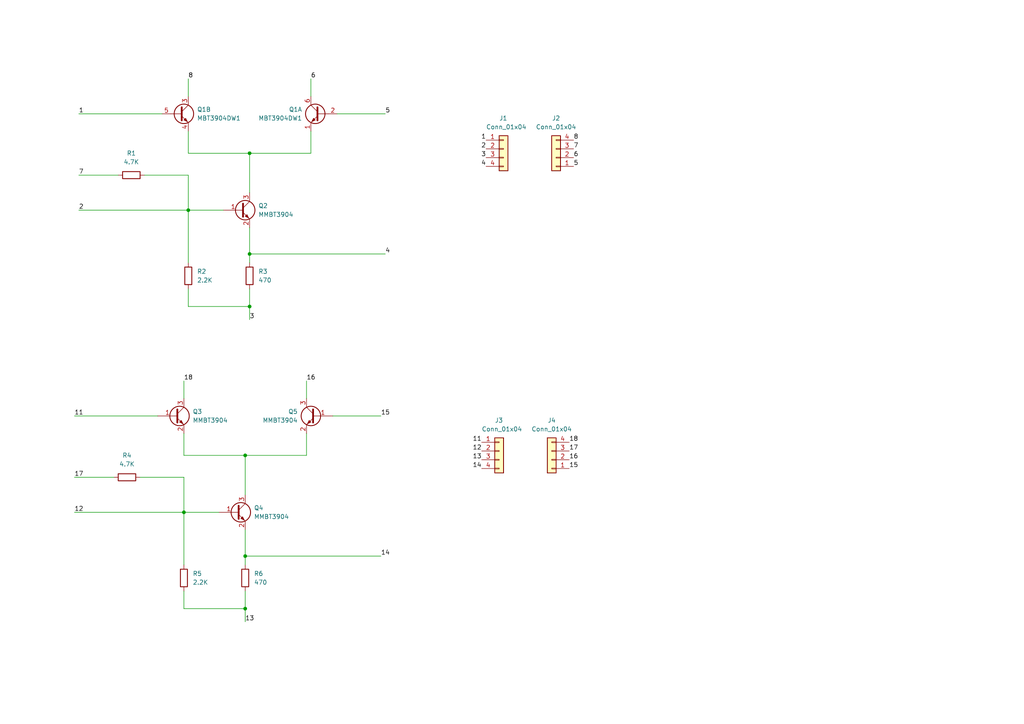
<source format=kicad_sch>
(kicad_sch (version 20211123) (generator eeschema)
  (paper "A4")
  (title_block (company "BG1REN"))
  (lib_symbols
    (symbol "Connector_Generic:Conn_01x04" (pin_names (offset 1.016) hide)
      (property "Reference" "J" (at 0 5.08 0))
      (property "Value" "Conn_01x04" (at 0 -7.62 0))
      (symbol "Conn_01x04_1_1"
        (rectangle (start -1.27 -4.953) (end 0 -5.207) (stroke (width 0.1524)))
        (rectangle (start -1.27 -2.413) (end 0 -2.667) (stroke (width 0.1524)))
        (rectangle (start -1.27 0.127) (end 0 -0.127) (stroke (width 0.1524)))
        (rectangle (start -1.27 2.667) (end 0 2.413) (stroke (width 0.1524)))
        (rectangle (start -1.27 3.81) (end 1.27 -6.35) (stroke (width 0.254)) (fill (type background)))
        (pin passive line (at -5.08 2.54 0) (length 3.81) (name "Pin_1") (number "1"))
        (pin passive line (at -5.08 0 0) (length 3.81) (name "Pin_2") (number "2"))
        (pin passive line (at -5.08 -2.54 0) (length 3.81) (name "Pin_3") (number "3"))
        (pin passive line (at -5.08 -5.08 0) (length 3.81) (name "Pin_4") (number "4"))
      )
    )
    (symbol "Device:R" (pin_numbers hide) (pin_names (offset 0))
      (property "Reference" "R" (at 2.032 0 90))
      (property "Value" "R" (at 0 0 90))
      (symbol "R_0_1"
        (rectangle (start -1.016 -2.54) (end 1.016 2.54) (stroke (width 0.254)))
      )
      (symbol "R_1_1"
        (pin passive line (at 0 3.81 270) (length 1.27) (name "~") (number "1"))
        (pin passive line (at 0 -3.81 90) (length 1.27) (name "~") (number "2"))
      )
    )
    (symbol "Transistor_BJT:MBT3904DW1" (pin_names (offset 0) hide)
      (property "Reference" "Q" (at 5.08 1.27 0))
      (property "Value" "MBT3904DW1" (at 5.08 -1.27 0))
      (symbol "MBT3904DW1_0_1"
        (polyline (pts (xy 0.635 0) (xy -2.54 0)))
        (polyline (pts (xy 0.635 0.635) (xy 2.54 2.54)))
        (polyline (pts (xy 0.635 -0.635) (xy 2.54 -2.54) (xy 2.54 -2.54)))
        (polyline (pts (xy 0.635 1.905) (xy 0.635 -1.905) (xy 0.635 -1.905)) (stroke (width 0.508)))
        (polyline (pts (xy 1.27 -1.778) (xy 1.778 -1.27) (xy 2.286 -2.286) (xy 1.27 -1.778) (xy 1.27 -1.778)) (fill (type outline)))
        (circle (center 1.27 0) (radius 2.8194) (stroke (width 0.254)))
      )
      (symbol "MBT3904DW1_1_1"
        (pin passive line (at 2.54 -5.08 90) (length 2.54) (name "E1") (number "1"))
        (pin input line (at -5.08 0 0) (length 2.54) (name "B1") (number "2"))
        (pin passive line (at 2.54 5.08 270) (length 2.54) (name "C1") (number "6"))
      )
      (symbol "MBT3904DW1_2_1"
        (pin passive line (at 2.54 5.08 270) (length 2.54) (name "C2") (number "3"))
        (pin passive line (at 2.54 -5.08 90) (length 2.54) (name "E2") (number "4"))
        (pin input line (at -5.08 0 0) (length 2.54) (name "B2") (number "5"))
      )
    )
    (symbol "Transistor_BJT:MMBT3904" (pin_names (offset 0) hide)
      (property "Reference" "Q" (at 5.08 1.905 0))
      (property "Value" "MMBT3904" (at 5.08 0 0))
      (symbol "MMBT3904_0_1"
        (polyline (pts (xy 0.635 0.635) (xy 2.54 2.54)))
        (polyline (pts (xy 0.635 -0.635) (xy 2.54 -2.54) (xy 2.54 -2.54)))
        (polyline (pts (xy 0.635 1.905) (xy 0.635 -1.905) (xy 0.635 -1.905)) (stroke (width 0.508)))
        (polyline (pts (xy 1.27 -1.778) (xy 1.778 -1.27) (xy 2.286 -2.286) (xy 1.27 -1.778) (xy 1.27 -1.778)) (fill (type outline)))
        (circle (center 1.27 0) (radius 2.8194) (stroke (width 0.254)))
      )
      (symbol "MMBT3904_1_1"
        (pin input line (at -5.08 0 0) (length 5.715) (name "B") (number "1"))
        (pin passive line (at 2.54 -5.08 90) (length 2.54) (name "E") (number "2"))
        (pin passive line (at 2.54 5.08 270) (length 2.54) (name "C") (number "3"))
      )
    )
  )
  (junction (at 71.12 132.08))
  (junction (at 71.12 176.53))
  (junction (at 54.61 60.96))
  (junction (at 53.34 148.59))
  (junction (at 72.39 44.45))
  (junction (at 72.39 88.9))
  (junction (at 71.12 161.29))
  (junction (at 72.39 73.66))
  (wire (pts (xy 97.79 33.02) (xy 111.76 33.02)))
  (wire (pts (xy 53.34 148.59) (xy 53.34 163.83)))
  (wire (pts (xy 53.34 110.49) (xy 53.34 115.57)))
  (wire (pts (xy 53.34 132.08) (xy 71.12 132.08)))
  (wire (pts (xy 71.12 161.29) (xy 71.12 163.83)))
  (wire (pts (xy 88.9 125.73) (xy 88.9 132.08)))
  (wire (pts (xy 22.86 33.02) (xy 46.99 33.02)))
  (wire (pts (xy 54.61 22.86) (xy 54.61 27.94)))
  (wire (pts (xy 72.39 83.82) (xy 72.39 88.9)))
  (wire (pts (xy 72.39 88.9) (xy 72.39 92.71)))
  (wire (pts (xy 54.61 50.8) (xy 54.61 60.96)))
  (wire (pts (xy 22.86 60.96) (xy 54.61 60.96)))
  (wire (pts (xy 72.39 88.9) (xy 54.61 88.9)))
  (wire (pts (xy 72.39 73.66) (xy 72.39 76.2)))
  (wire (pts (xy 90.17 38.1) (xy 90.17 44.45)))
  (wire (pts (xy 54.61 60.96) (xy 64.77 60.96)))
  (wire (pts (xy 53.34 125.73) (xy 53.34 132.08)))
  (wire (pts (xy 21.59 120.65) (xy 45.72 120.65)))
  (wire (pts (xy 54.61 38.1) (xy 54.61 44.45)))
  (wire (pts (xy 71.12 176.53) (xy 53.34 176.53)))
  (wire (pts (xy 72.39 44.45) (xy 72.39 55.88)))
  (wire (pts (xy 54.61 44.45) (xy 72.39 44.45)))
  (wire (pts (xy 71.12 132.08) (xy 71.12 143.51)))
  (wire (pts (xy 22.86 50.8) (xy 34.29 50.8)))
  (wire (pts (xy 53.34 171.45) (xy 53.34 176.53)))
  (wire (pts (xy 72.39 66.04) (xy 72.39 73.66)))
  (wire (pts (xy 90.17 22.86) (xy 90.17 27.94)))
  (wire (pts (xy 53.34 148.59) (xy 63.5 148.59)))
  (wire (pts (xy 21.59 148.59) (xy 53.34 148.59)))
  (wire (pts (xy 71.12 161.29) (xy 110.49 161.29)))
  (wire (pts (xy 72.39 73.66) (xy 111.76 73.66)))
  (wire (pts (xy 72.39 44.45) (xy 90.17 44.45)))
  (wire (pts (xy 41.91 50.8) (xy 54.61 50.8)))
  (wire (pts (xy 53.34 138.43) (xy 53.34 148.59)))
  (wire (pts (xy 71.12 171.45) (xy 71.12 176.53)))
  (wire (pts (xy 54.61 83.82) (xy 54.61 88.9)))
  (wire (pts (xy 71.12 153.67) (xy 71.12 161.29)))
  (wire (pts (xy 21.59 138.43) (xy 33.02 138.43)))
  (wire (pts (xy 96.52 120.65) (xy 110.49 120.65)))
  (wire (pts (xy 88.9 110.49) (xy 88.9 115.57)))
  (wire (pts (xy 71.12 176.53) (xy 71.12 180.34)))
  (wire (pts (xy 54.61 60.96) (xy 54.61 76.2)))
  (wire (pts (xy 71.12 132.08) (xy 88.9 132.08)))
  (wire (pts (xy 40.64 138.43) (xy 53.34 138.43)))
  (label "8" (at 166.37 40.64 0))
  (label "13" (at 139.7 133.35 180))
  (label "17" (at 165.1 130.81 0))
  (label "12" (at 21.59 148.59 0))
  (label "13" (at 71.12 180.34 0))
  (label "2" (at 140.97 43.18 180))
  (label "11" (at 21.59 120.65 0))
  (label "1" (at 140.97 40.64 180))
  (label "6" (at 90.17 22.86 0))
  (label "7" (at 22.86 50.8 0))
  (label "4" (at 111.76 73.66 0))
  (label "16" (at 165.1 133.35 0))
  (label "1" (at 22.86 33.02 0))
  (label "5" (at 166.37 48.26 0))
  (label "18" (at 53.34 110.49 0))
  (label "14" (at 139.7 135.89 180))
  (label "2" (at 22.86 60.96 0))
  (label "3" (at 72.39 92.71 0))
  (label "18" (at 165.1 128.27 0))
  (label "15" (at 165.1 135.89 0))
  (label "4" (at 140.97 48.26 180))
  (label "11" (at 139.7 128.27 180))
  (label "12" (at 139.7 130.81 180))
  (label "6" (at 166.37 45.72 0))
  (label "14" (at 110.49 161.29 0))
  (label "3" (at 140.97 45.72 180))
  (label "7" (at 166.37 43.18 0))
  (label "17" (at 21.59 138.43 0))
  (label "16" (at 88.9 110.49 0))
  (label "8" (at 54.61 22.86 0))
  (label "15" (at 110.49 120.65 0))
  (label "5" (at 111.76 33.02 0))
  (symbol (lib_id "Transistor_BJT:MBT3904DW1") (at 92.71 33.02 0) (mirror y) (unit 1)
    (property "Reference" "Q1" (at 87.63 31.7499 0) (effects (justify left)))
    (property "Value" "MBT3904DW1" (at 87.63 34.2899 0) (effects (justify left)))
    (property "Footprint" "Package_TO_SOT_SMD:SOT-363_SC-70-6" (effects hide))
    (property "Datasheet" "http://www.onsemi.com/pub_link/Collateral/MBT3904DW1T1-D.PDF" (effects hide))
  )
  (symbol (lib_id "Transistor_BJT:MMBT3904") (at 91.44 120.65 0) (mirror y) (unit 1)
    (property "Reference" "Q5" (at 86.36 119.3799 0) (effects (justify left)))
    (property "Value" "MMBT3904" (at 86.36 121.9199 0) (effects (justify left)))
    (property "Footprint" "Package_TO_SOT_SMD:SOT-23" (effects hide))
    (property "Datasheet" "https://www.onsemi.com/pub/Collateral/2N3903-D.PDF" (effects hide))
  )
  (symbol (lib_id "Device:R") (at 36.83 138.43 90) (unit 1)
    (property "Reference" "R4" (at 36.83 132.08 90))
    (property "Value" "4.7K" (at 36.83 134.62 90))
    (property "Footprint" "Resistor_SMD:R_0805_2012Metric" (effects hide))
  )
  (symbol (lib_id "Transistor_BJT:MBT3904DW1") (at 52.07 33.02 0) (unit 2)
    (property "Reference" "Q1" (at 57.15 31.7499 0) (effects (justify left)))
    (property "Value" "MBT3904DW1" (at 57.15 34.2899 0) (effects (justify left)))
    (property "Footprint" "Package_TO_SOT_SMD:SOT-363_SC-70-6" (effects hide))
    (property "Datasheet" "http://www.onsemi.com/pub_link/Collateral/MBT3904DW1T1-D.PDF" (effects hide))
  )
  (symbol (lib_id "Connector_Generic:Conn_01x04") (at 161.29 45.72 180) (unit 1)
    (property "Reference" "J2" (at 161.29 34.29 0))
    (property "Value" "Conn_01x04" (at 161.29 36.83 0))
    (property "Footprint" "Connector_PinHeader_2.54mm:PinHeader_1x04_P2.54mm_Vertical" (effects hide))
  )
  (symbol (lib_id "Device:R") (at 54.61 80.01 180) (unit 1)
    (property "Reference" "R2" (at 57.15 78.7399 0) (effects (justify right)))
    (property "Value" "2.2K" (at 57.15 81.2799 0) (effects (justify right)))
    (property "Footprint" "Resistor_SMD:R_0805_2012Metric" (effects hide))
  )
  (symbol (lib_id "Device:R") (at 71.12 167.64 180) (unit 1)
    (property "Reference" "R6" (at 73.66 166.3699 0) (effects (justify right)))
    (property "Value" "470" (at 73.66 168.9099 0) (effects (justify right)))
    (property "Footprint" "Resistor_SMD:R_0805_2012Metric" (effects hide))
  )
  (symbol (lib_id "Connector_Generic:Conn_01x04") (at 146.05 43.18 0) (unit 1)
    (property "Reference" "J1" (at 144.78 34.29 0) (effects (justify left)))
    (property "Value" "Conn_01x04" (at 140.97 36.83 0) (effects (justify left)))
    (property "Footprint" "Connector_PinHeader_2.54mm:PinHeader_1x04_P2.54mm_Vertical" (effects hide))
  )
  (symbol (lib_id "Transistor_BJT:MMBT3904") (at 69.85 60.96 0) (unit 1)
    (property "Reference" "Q2" (at 74.93 59.6899 0) (effects (justify left)))
    (property "Value" "MMBT3904" (at 74.93 62.2299 0) (effects (justify left)))
    (property "Footprint" "Package_TO_SOT_SMD:SOT-23" (effects hide))
    (property "Datasheet" "https://www.onsemi.com/pub/Collateral/2N3903-D.PDF" (effects hide))
  )
  (symbol (lib_id "Device:R") (at 38.1 50.8 90) (unit 1)
    (property "Reference" "R1" (at 38.1 44.45 90))
    (property "Value" "4.7K" (at 38.1 46.99 90))
    (property "Footprint" "Resistor_SMD:R_0805_2012Metric" (effects hide))
  )
  (symbol (lib_id "Transistor_BJT:MMBT3904") (at 68.58 148.59 0) (unit 1)
    (property "Reference" "Q4" (at 73.66 147.3199 0) (effects (justify left)))
    (property "Value" "MMBT3904" (at 73.66 149.8599 0) (effects (justify left)))
    (property "Footprint" "Package_TO_SOT_SMD:SOT-23" (effects hide))
    (property "Datasheet" "https://www.onsemi.com/pub/Collateral/2N3903-D.PDF" (effects hide))
  )
  (symbol (lib_id "Connector_Generic:Conn_01x04") (at 144.78 130.81 0) (unit 1)
    (property "Reference" "J3" (at 143.51 121.92 0) (effects (justify left)))
    (property "Value" "Conn_01x04" (at 139.7 124.46 0) (effects (justify left)))
    (property "Footprint" "Connector_PinHeader_2.54mm:PinHeader_1x04_P2.54mm_Vertical" (effects hide))
  )
  (symbol (lib_id "Transistor_BJT:MMBT3904") (at 50.8 120.65 0) (unit 1)
    (property "Reference" "Q3" (at 55.88 119.3799 0) (effects (justify left)))
    (property "Value" "MMBT3904" (at 55.88 121.9199 0) (effects (justify left)))
    (property "Footprint" "Package_TO_SOT_SMD:SOT-23" (effects hide))
    (property "Datasheet" "https://www.onsemi.com/pub/Collateral/2N3903-D.PDF" (effects hide))
  )
  (symbol (lib_id "Device:R") (at 53.34 167.64 180) (unit 1)
    (property "Reference" "R5" (at 55.88 166.3699 0) (effects (justify right)))
    (property "Value" "2.2K" (at 55.88 168.9099 0) (effects (justify right)))
    (property "Footprint" "Resistor_SMD:R_0805_2012Metric" (effects hide))
  )
  (symbol (lib_id "Connector_Generic:Conn_01x04") (at 160.02 133.35 180) (unit 1)
    (property "Reference" "J4" (at 160.02 121.92 0))
    (property "Value" "Conn_01x04" (at 160.02 124.46 0))
    (property "Footprint" "Connector_PinHeader_2.54mm:PinHeader_1x04_P2.54mm_Vertical" (effects hide))
  )
  (symbol (lib_id "Device:R") (at 72.39 80.01 180) (unit 1)
    (property "Reference" "R3" (at 74.93 78.7399 0) (effects (justify right)))
    (property "Value" "470" (at 74.93 81.2799 0) (effects (justify right)))
    (property "Footprint" "Resistor_SMD:R_0805_2012Metric" (effects hide))
  )
)
</source>
